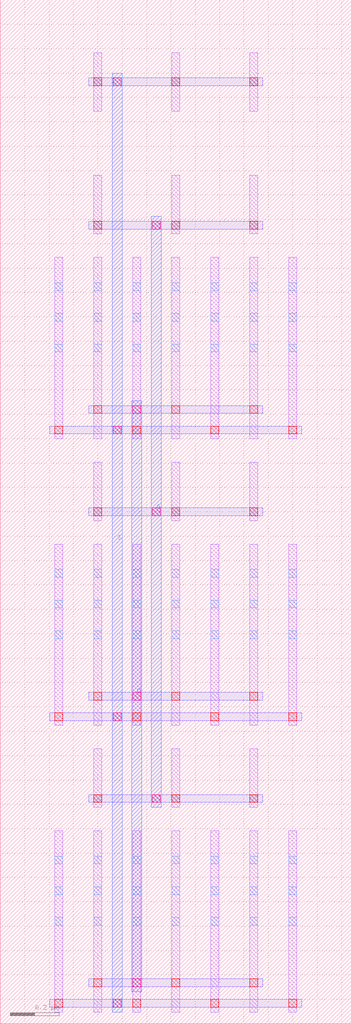
<source format=lef>
MACRO Switch_NMOS_nfin4_nf10_m1_n12_X2_Y2_ST2_LVT
  ORIGIN 0 0 ;
  FOREIGN Switch_NMOS_nfin4_nf10_m1_n12_X2_Y2_ST2_LVT 0 0 ;
  SIZE 1.1200 BY 3.0240 ;
  PIN S
    DIRECTION INOUT ;
    USE SIGNAL ;
    PORT
      LAYER M3 ;
        RECT 0.3000 0.0480 0.3400 2.7240 ;
    END
  END S
  PIN D
    DIRECTION INOUT ;
    USE SIGNAL ;
    PORT
      LAYER M3 ;
        RECT 0.3800 0.1320 0.4200 1.3800 ;
    END
  END D
  PIN G
    DIRECTION INOUT ;
    USE SIGNAL ;
    PORT
      LAYER M3 ;
        RECT 0.4600 0.8880 0.5000 2.1360 ;
    END
  END G
  OBS
    LAYER M1 ;
      RECT 0.3840 0.0480 0.4160 0.7920 ;
    LAYER M1 ;
      RECT 0.3840 0.8880 0.4160 1.1280 ;
    LAYER M1 ;
      RECT 0.3840 1.2240 0.4160 1.9680 ;
    LAYER M1 ;
      RECT 0.3840 2.0640 0.4160 2.3040 ;
    LAYER M1 ;
      RECT 0.3840 2.5680 0.4160 2.8080 ;
    LAYER M1 ;
      RECT 0.2240 0.0480 0.2560 0.7920 ;
    LAYER M1 ;
      RECT 0.2240 1.2240 0.2560 1.9680 ;
    LAYER M1 ;
      RECT 0.5440 0.0480 0.5760 0.7920 ;
    LAYER M1 ;
      RECT 0.5440 1.2240 0.5760 1.9680 ;
    LAYER M1 ;
      RECT 0.7040 0.0480 0.7360 0.7920 ;
    LAYER M1 ;
      RECT 0.7040 0.8880 0.7360 1.1280 ;
    LAYER M1 ;
      RECT 0.7040 1.2240 0.7360 1.9680 ;
    LAYER M1 ;
      RECT 0.7040 2.0640 0.7360 2.3040 ;
    LAYER M1 ;
      RECT 0.7040 2.5680 0.7360 2.8080 ;
    LAYER M1 ;
      RECT 0.8640 0.0480 0.8960 0.7920 ;
    LAYER M1 ;
      RECT 0.8640 1.2240 0.8960 1.9680 ;
    LAYER M2 ;
      RECT 0.2040 0.0680 0.9160 0.1000 ;
    LAYER M2 ;
      RECT 0.3640 0.1520 0.7560 0.1840 ;
    LAYER M2 ;
      RECT 0.3640 0.9080 0.7560 0.9400 ;
    LAYER M2 ;
      RECT 0.2840 2.6720 0.7560 2.7040 ;
    LAYER M2 ;
      RECT 0.2040 1.2440 0.9160 1.2760 ;
    LAYER M2 ;
      RECT 0.3640 1.3280 0.7560 1.3600 ;
    LAYER M2 ;
      RECT 0.3640 2.0840 0.7560 2.1160 ;
    LAYER V1 ;
      RECT 0.2240 0.0680 0.2560 0.1000 ;
    LAYER V1 ;
      RECT 0.2240 1.2440 0.2560 1.2760 ;
    LAYER V1 ;
      RECT 0.8640 0.0680 0.8960 0.1000 ;
    LAYER V1 ;
      RECT 0.8640 1.2440 0.8960 1.2760 ;
    LAYER V1 ;
      RECT 0.5440 0.0680 0.5760 0.1000 ;
    LAYER V1 ;
      RECT 0.5440 1.2440 0.5760 1.2760 ;
    LAYER V1 ;
      RECT 0.7040 0.1520 0.7360 0.1840 ;
    LAYER V1 ;
      RECT 0.7040 0.9080 0.7360 0.9400 ;
    LAYER V1 ;
      RECT 0.7040 1.3280 0.7360 1.3600 ;
    LAYER V1 ;
      RECT 0.7040 2.0840 0.7360 2.1160 ;
    LAYER V1 ;
      RECT 0.7040 2.6720 0.7360 2.7040 ;
    LAYER V1 ;
      RECT 0.3840 0.1520 0.4160 0.1840 ;
    LAYER V1 ;
      RECT 0.3840 0.9080 0.4160 0.9400 ;
    LAYER V1 ;
      RECT 0.3840 1.3280 0.4160 1.3600 ;
    LAYER V1 ;
      RECT 0.3840 2.0840 0.4160 2.1160 ;
    LAYER V1 ;
      RECT 0.3840 2.6720 0.4160 2.7040 ;
    LAYER V2 ;
      RECT 0.3040 0.0680 0.3360 0.1000 ;
    LAYER V2 ;
      RECT 0.3040 1.2440 0.3360 1.2760 ;
    LAYER V2 ;
      RECT 0.3040 2.6720 0.3360 2.7040 ;
    LAYER V2 ;
      RECT 0.3840 0.1520 0.4160 0.1840 ;
    LAYER V2 ;
      RECT 0.3840 1.3280 0.4160 1.3600 ;
    LAYER V2 ;
      RECT 0.4640 0.9080 0.4960 0.9400 ;
    LAYER V2 ;
      RECT 0.4640 2.0840 0.4960 2.1160 ;
    LAYER V0 ;
      RECT 0.3840 0.4040 0.4160 0.4360 ;
    LAYER V0 ;
      RECT 0.3840 0.5300 0.4160 0.5620 ;
    LAYER V0 ;
      RECT 0.3840 0.6560 0.4160 0.6880 ;
    LAYER V0 ;
      RECT 0.3840 0.9080 0.4160 0.9400 ;
    LAYER V0 ;
      RECT 0.3840 1.5800 0.4160 1.6120 ;
    LAYER V0 ;
      RECT 0.3840 1.7060 0.4160 1.7380 ;
    LAYER V0 ;
      RECT 0.3840 1.8320 0.4160 1.8640 ;
    LAYER V0 ;
      RECT 0.3840 2.0840 0.4160 2.1160 ;
    LAYER V0 ;
      RECT 0.3840 2.6720 0.4160 2.7040 ;
    LAYER V0 ;
      RECT 0.3840 2.6720 0.4160 2.7040 ;
    LAYER V0 ;
      RECT 0.2240 0.4040 0.2560 0.4360 ;
    LAYER V0 ;
      RECT 0.2240 0.5300 0.2560 0.5620 ;
    LAYER V0 ;
      RECT 0.2240 0.6560 0.2560 0.6880 ;
    LAYER V0 ;
      RECT 0.2240 1.5800 0.2560 1.6120 ;
    LAYER V0 ;
      RECT 0.2240 1.7060 0.2560 1.7380 ;
    LAYER V0 ;
      RECT 0.2240 1.8320 0.2560 1.8640 ;
    LAYER V0 ;
      RECT 0.5440 0.4040 0.5760 0.4360 ;
    LAYER V0 ;
      RECT 0.5440 0.4040 0.5760 0.4360 ;
    LAYER V0 ;
      RECT 0.5440 0.5300 0.5760 0.5620 ;
    LAYER V0 ;
      RECT 0.5440 0.5300 0.5760 0.5620 ;
    LAYER V0 ;
      RECT 0.5440 0.6560 0.5760 0.6880 ;
    LAYER V0 ;
      RECT 0.5440 0.6560 0.5760 0.6880 ;
    LAYER V0 ;
      RECT 0.5440 1.5800 0.5760 1.6120 ;
    LAYER V0 ;
      RECT 0.5440 1.5800 0.5760 1.6120 ;
    LAYER V0 ;
      RECT 0.5440 1.7060 0.5760 1.7380 ;
    LAYER V0 ;
      RECT 0.5440 1.7060 0.5760 1.7380 ;
    LAYER V0 ;
      RECT 0.5440 1.8320 0.5760 1.8640 ;
    LAYER V0 ;
      RECT 0.5440 1.8320 0.5760 1.8640 ;
    LAYER V0 ;
      RECT 0.7040 0.4040 0.7360 0.4360 ;
    LAYER V0 ;
      RECT 0.7040 0.5300 0.7360 0.5620 ;
    LAYER V0 ;
      RECT 0.7040 0.6560 0.7360 0.6880 ;
    LAYER V0 ;
      RECT 0.7040 0.9080 0.7360 0.9400 ;
    LAYER V0 ;
      RECT 0.7040 1.5800 0.7360 1.6120 ;
    LAYER V0 ;
      RECT 0.7040 1.7060 0.7360 1.7380 ;
    LAYER V0 ;
      RECT 0.7040 1.8320 0.7360 1.8640 ;
    LAYER V0 ;
      RECT 0.7040 2.0840 0.7360 2.1160 ;
    LAYER V0 ;
      RECT 0.7040 2.6720 0.7360 2.7040 ;
    LAYER V0 ;
      RECT 0.7040 2.6720 0.7360 2.7040 ;
    LAYER V0 ;
      RECT 0.8640 0.4040 0.8960 0.4360 ;
    LAYER V0 ;
      RECT 0.8640 0.5300 0.8960 0.5620 ;
    LAYER V0 ;
      RECT 0.8640 0.6560 0.8960 0.6880 ;
    LAYER V0 ;
      RECT 0.8640 1.5800 0.8960 1.6120 ;
    LAYER V0 ;
      RECT 0.8640 1.7060 0.8960 1.7380 ;
    LAYER V0 ;
      RECT 0.8640 1.8320 0.8960 1.8640 ;
  END
END Switch_NMOS_nfin4_nf10_m1_n12_X2_Y2_ST2_LVT
MACRO Switch_NMOS_nfin4_nf25_m1_n12_X3_Y3_ST2_LVT
  ORIGIN 0 0 ;
  FOREIGN Switch_NMOS_nfin4_nf25_m1_n12_X3_Y3_ST2_LVT 0 0 ;
  SIZE 1.4400 BY 4.2000 ;
  PIN S
    DIRECTION INOUT ;
    USE SIGNAL ;
    PORT
      LAYER M3 ;
        RECT 0.4600 0.0480 0.5000 3.9000 ;
    END
  END S
  PIN D
    DIRECTION INOUT ;
    USE SIGNAL ;
    PORT
      LAYER M3 ;
        RECT 0.5400 0.1320 0.5800 2.5560 ;
    END
  END D
  PIN G
    DIRECTION INOUT ;
    USE SIGNAL ;
    PORT
      LAYER M3 ;
        RECT 0.6200 0.8880 0.6600 3.3120 ;
    END
  END G
  OBS
    LAYER M1 ;
      RECT 0.3840 0.0480 0.4160 0.7920 ;
    LAYER M1 ;
      RECT 0.3840 0.8880 0.4160 1.1280 ;
    LAYER M1 ;
      RECT 0.3840 1.2240 0.4160 1.9680 ;
    LAYER M1 ;
      RECT 0.3840 2.0640 0.4160 2.3040 ;
    LAYER M1 ;
      RECT 0.3840 2.4000 0.4160 3.1440 ;
    LAYER M1 ;
      RECT 0.3840 3.2400 0.4160 3.4800 ;
    LAYER M1 ;
      RECT 0.3840 3.7440 0.4160 3.9840 ;
    LAYER M1 ;
      RECT 0.2240 0.0480 0.2560 0.7920 ;
    LAYER M1 ;
      RECT 0.2240 1.2240 0.2560 1.9680 ;
    LAYER M1 ;
      RECT 0.2240 2.4000 0.2560 3.1440 ;
    LAYER M1 ;
      RECT 0.5440 0.0480 0.5760 0.7920 ;
    LAYER M1 ;
      RECT 0.5440 1.2240 0.5760 1.9680 ;
    LAYER M1 ;
      RECT 0.5440 2.4000 0.5760 3.1440 ;
    LAYER M1 ;
      RECT 0.7040 0.0480 0.7360 0.7920 ;
    LAYER M1 ;
      RECT 0.7040 0.8880 0.7360 1.1280 ;
    LAYER M1 ;
      RECT 0.7040 1.2240 0.7360 1.9680 ;
    LAYER M1 ;
      RECT 0.7040 2.0640 0.7360 2.3040 ;
    LAYER M1 ;
      RECT 0.7040 2.4000 0.7360 3.1440 ;
    LAYER M1 ;
      RECT 0.7040 3.2400 0.7360 3.4800 ;
    LAYER M1 ;
      RECT 0.7040 3.7440 0.7360 3.9840 ;
    LAYER M1 ;
      RECT 0.8640 0.0480 0.8960 0.7920 ;
    LAYER M1 ;
      RECT 0.8640 1.2240 0.8960 1.9680 ;
    LAYER M1 ;
      RECT 0.8640 2.4000 0.8960 3.1440 ;
    LAYER M1 ;
      RECT 1.0240 0.0480 1.0560 0.7920 ;
    LAYER M1 ;
      RECT 1.0240 0.8880 1.0560 1.1280 ;
    LAYER M1 ;
      RECT 1.0240 1.2240 1.0560 1.9680 ;
    LAYER M1 ;
      RECT 1.0240 2.0640 1.0560 2.3040 ;
    LAYER M1 ;
      RECT 1.0240 2.4000 1.0560 3.1440 ;
    LAYER M1 ;
      RECT 1.0240 3.2400 1.0560 3.4800 ;
    LAYER M1 ;
      RECT 1.0240 3.7440 1.0560 3.9840 ;
    LAYER M1 ;
      RECT 1.1840 0.0480 1.2160 0.7920 ;
    LAYER M1 ;
      RECT 1.1840 1.2240 1.2160 1.9680 ;
    LAYER M1 ;
      RECT 1.1840 2.4000 1.2160 3.1440 ;
    LAYER M2 ;
      RECT 0.2040 0.0680 1.2360 0.1000 ;
    LAYER M2 ;
      RECT 0.3640 0.1520 1.0760 0.1840 ;
    LAYER M2 ;
      RECT 0.3640 0.9080 1.0760 0.9400 ;
    LAYER M2 ;
      RECT 0.2040 1.2440 1.2360 1.2760 ;
    LAYER M2 ;
      RECT 0.3640 1.3280 1.0760 1.3600 ;
    LAYER M2 ;
      RECT 0.3640 2.0840 1.0760 2.1160 ;
    LAYER M2 ;
      RECT 0.3640 3.8480 1.0760 3.8800 ;
    LAYER M2 ;
      RECT 0.2040 2.4200 1.2360 2.4520 ;
    LAYER M2 ;
      RECT 0.3640 2.5040 1.0760 2.5360 ;
    LAYER M2 ;
      RECT 0.3640 3.2600 1.0760 3.2920 ;
    LAYER V1 ;
      RECT 0.2240 0.0680 0.2560 0.1000 ;
    LAYER V1 ;
      RECT 0.2240 1.2440 0.2560 1.2760 ;
    LAYER V1 ;
      RECT 0.2240 2.4200 0.2560 2.4520 ;
    LAYER V1 ;
      RECT 0.8640 0.0680 0.8960 0.1000 ;
    LAYER V1 ;
      RECT 0.8640 1.2440 0.8960 1.2760 ;
    LAYER V1 ;
      RECT 0.8640 2.4200 0.8960 2.4520 ;
    LAYER V1 ;
      RECT 1.1840 0.0680 1.2160 0.1000 ;
    LAYER V1 ;
      RECT 1.1840 1.2440 1.2160 1.2760 ;
    LAYER V1 ;
      RECT 1.1840 2.4200 1.2160 2.4520 ;
    LAYER V1 ;
      RECT 0.5440 0.0680 0.5760 0.1000 ;
    LAYER V1 ;
      RECT 0.5440 1.2440 0.5760 1.2760 ;
    LAYER V1 ;
      RECT 0.5440 2.4200 0.5760 2.4520 ;
    LAYER V1 ;
      RECT 0.7040 0.1520 0.7360 0.1840 ;
    LAYER V1 ;
      RECT 0.7040 0.9080 0.7360 0.9400 ;
    LAYER V1 ;
      RECT 0.7040 1.3280 0.7360 1.3600 ;
    LAYER V1 ;
      RECT 0.7040 2.0840 0.7360 2.1160 ;
    LAYER V1 ;
      RECT 0.7040 2.5040 0.7360 2.5360 ;
    LAYER V1 ;
      RECT 0.7040 3.2600 0.7360 3.2920 ;
    LAYER V1 ;
      RECT 0.7040 3.8480 0.7360 3.8800 ;
    LAYER V1 ;
      RECT 1.0240 0.1520 1.0560 0.1840 ;
    LAYER V1 ;
      RECT 1.0240 0.9080 1.0560 0.9400 ;
    LAYER V1 ;
      RECT 1.0240 1.3280 1.0560 1.3600 ;
    LAYER V1 ;
      RECT 1.0240 2.0840 1.0560 2.1160 ;
    LAYER V1 ;
      RECT 1.0240 2.5040 1.0560 2.5360 ;
    LAYER V1 ;
      RECT 1.0240 3.2600 1.0560 3.2920 ;
    LAYER V1 ;
      RECT 1.0240 3.8480 1.0560 3.8800 ;
    LAYER V1 ;
      RECT 0.3840 0.1520 0.4160 0.1840 ;
    LAYER V1 ;
      RECT 0.3840 0.9080 0.4160 0.9400 ;
    LAYER V1 ;
      RECT 0.3840 1.3280 0.4160 1.3600 ;
    LAYER V1 ;
      RECT 0.3840 2.0840 0.4160 2.1160 ;
    LAYER V1 ;
      RECT 0.3840 2.5040 0.4160 2.5360 ;
    LAYER V1 ;
      RECT 0.3840 3.2600 0.4160 3.2920 ;
    LAYER V1 ;
      RECT 0.3840 3.8480 0.4160 3.8800 ;
    LAYER V2 ;
      RECT 0.4640 0.0680 0.4960 0.1000 ;
    LAYER V2 ;
      RECT 0.4640 1.2440 0.4960 1.2760 ;
    LAYER V2 ;
      RECT 0.4640 2.4200 0.4960 2.4520 ;
    LAYER V2 ;
      RECT 0.4640 3.8480 0.4960 3.8800 ;
    LAYER V2 ;
      RECT 0.5440 0.1520 0.5760 0.1840 ;
    LAYER V2 ;
      RECT 0.5440 1.3280 0.5760 1.3600 ;
    LAYER V2 ;
      RECT 0.5440 2.5040 0.5760 2.5360 ;
    LAYER V2 ;
      RECT 0.6240 0.9080 0.6560 0.9400 ;
    LAYER V2 ;
      RECT 0.6240 2.0840 0.6560 2.1160 ;
    LAYER V2 ;
      RECT 0.6240 3.2600 0.6560 3.2920 ;
    LAYER V0 ;
      RECT 0.3840 0.4040 0.4160 0.4360 ;
    LAYER V0 ;
      RECT 0.3840 0.5300 0.4160 0.5620 ;
    LAYER V0 ;
      RECT 0.3840 0.6560 0.4160 0.6880 ;
    LAYER V0 ;
      RECT 0.3840 0.9080 0.4160 0.9400 ;
    LAYER V0 ;
      RECT 0.3840 1.5800 0.4160 1.6120 ;
    LAYER V0 ;
      RECT 0.3840 1.7060 0.4160 1.7380 ;
    LAYER V0 ;
      RECT 0.3840 1.8320 0.4160 1.8640 ;
    LAYER V0 ;
      RECT 0.3840 2.0840 0.4160 2.1160 ;
    LAYER V0 ;
      RECT 0.3840 2.7560 0.4160 2.7880 ;
    LAYER V0 ;
      RECT 0.3840 2.8820 0.4160 2.9140 ;
    LAYER V0 ;
      RECT 0.3840 3.0080 0.4160 3.0400 ;
    LAYER V0 ;
      RECT 0.3840 3.2600 0.4160 3.2920 ;
    LAYER V0 ;
      RECT 0.3840 3.8480 0.4160 3.8800 ;
    LAYER V0 ;
      RECT 0.3840 3.8480 0.4160 3.8800 ;
    LAYER V0 ;
      RECT 0.3840 3.8480 0.4160 3.8800 ;
    LAYER V0 ;
      RECT 0.2240 0.4040 0.2560 0.4360 ;
    LAYER V0 ;
      RECT 0.2240 0.5300 0.2560 0.5620 ;
    LAYER V0 ;
      RECT 0.2240 0.6560 0.2560 0.6880 ;
    LAYER V0 ;
      RECT 0.2240 1.5800 0.2560 1.6120 ;
    LAYER V0 ;
      RECT 0.2240 1.7060 0.2560 1.7380 ;
    LAYER V0 ;
      RECT 0.2240 1.8320 0.2560 1.8640 ;
    LAYER V0 ;
      RECT 0.2240 2.7560 0.2560 2.7880 ;
    LAYER V0 ;
      RECT 0.2240 2.8820 0.2560 2.9140 ;
    LAYER V0 ;
      RECT 0.2240 3.0080 0.2560 3.0400 ;
    LAYER V0 ;
      RECT 0.5440 0.4040 0.5760 0.4360 ;
    LAYER V0 ;
      RECT 0.5440 0.4040 0.5760 0.4360 ;
    LAYER V0 ;
      RECT 0.5440 0.5300 0.5760 0.5620 ;
    LAYER V0 ;
      RECT 0.5440 0.5300 0.5760 0.5620 ;
    LAYER V0 ;
      RECT 0.5440 0.6560 0.5760 0.6880 ;
    LAYER V0 ;
      RECT 0.5440 0.6560 0.5760 0.6880 ;
    LAYER V0 ;
      RECT 0.5440 1.5800 0.5760 1.6120 ;
    LAYER V0 ;
      RECT 0.5440 1.5800 0.5760 1.6120 ;
    LAYER V0 ;
      RECT 0.5440 1.7060 0.5760 1.7380 ;
    LAYER V0 ;
      RECT 0.5440 1.7060 0.5760 1.7380 ;
    LAYER V0 ;
      RECT 0.5440 1.8320 0.5760 1.8640 ;
    LAYER V0 ;
      RECT 0.5440 1.8320 0.5760 1.8640 ;
    LAYER V0 ;
      RECT 0.5440 2.7560 0.5760 2.7880 ;
    LAYER V0 ;
      RECT 0.5440 2.7560 0.5760 2.7880 ;
    LAYER V0 ;
      RECT 0.5440 2.8820 0.5760 2.9140 ;
    LAYER V0 ;
      RECT 0.5440 2.8820 0.5760 2.9140 ;
    LAYER V0 ;
      RECT 0.5440 3.0080 0.5760 3.0400 ;
    LAYER V0 ;
      RECT 0.5440 3.0080 0.5760 3.0400 ;
    LAYER V0 ;
      RECT 0.7040 0.4040 0.7360 0.4360 ;
    LAYER V0 ;
      RECT 0.7040 0.5300 0.7360 0.5620 ;
    LAYER V0 ;
      RECT 0.7040 0.6560 0.7360 0.6880 ;
    LAYER V0 ;
      RECT 0.7040 0.9080 0.7360 0.9400 ;
    LAYER V0 ;
      RECT 0.7040 1.5800 0.7360 1.6120 ;
    LAYER V0 ;
      RECT 0.7040 1.7060 0.7360 1.7380 ;
    LAYER V0 ;
      RECT 0.7040 1.8320 0.7360 1.8640 ;
    LAYER V0 ;
      RECT 0.7040 2.0840 0.7360 2.1160 ;
    LAYER V0 ;
      RECT 0.7040 2.7560 0.7360 2.7880 ;
    LAYER V0 ;
      RECT 0.7040 2.8820 0.7360 2.9140 ;
    LAYER V0 ;
      RECT 0.7040 3.0080 0.7360 3.0400 ;
    LAYER V0 ;
      RECT 0.7040 3.2600 0.7360 3.2920 ;
    LAYER V0 ;
      RECT 0.7040 3.8480 0.7360 3.8800 ;
    LAYER V0 ;
      RECT 0.7040 3.8480 0.7360 3.8800 ;
    LAYER V0 ;
      RECT 0.7040 3.8480 0.7360 3.8800 ;
    LAYER V0 ;
      RECT 0.8640 0.4040 0.8960 0.4360 ;
    LAYER V0 ;
      RECT 0.8640 0.4040 0.8960 0.4360 ;
    LAYER V0 ;
      RECT 0.8640 0.5300 0.8960 0.5620 ;
    LAYER V0 ;
      RECT 0.8640 0.5300 0.8960 0.5620 ;
    LAYER V0 ;
      RECT 0.8640 0.6560 0.8960 0.6880 ;
    LAYER V0 ;
      RECT 0.8640 0.6560 0.8960 0.6880 ;
    LAYER V0 ;
      RECT 0.8640 1.5800 0.8960 1.6120 ;
    LAYER V0 ;
      RECT 0.8640 1.5800 0.8960 1.6120 ;
    LAYER V0 ;
      RECT 0.8640 1.7060 0.8960 1.7380 ;
    LAYER V0 ;
      RECT 0.8640 1.7060 0.8960 1.7380 ;
    LAYER V0 ;
      RECT 0.8640 1.8320 0.8960 1.8640 ;
    LAYER V0 ;
      RECT 0.8640 1.8320 0.8960 1.8640 ;
    LAYER V0 ;
      RECT 0.8640 2.7560 0.8960 2.7880 ;
    LAYER V0 ;
      RECT 0.8640 2.7560 0.8960 2.7880 ;
    LAYER V0 ;
      RECT 0.8640 2.8820 0.8960 2.9140 ;
    LAYER V0 ;
      RECT 0.8640 2.8820 0.8960 2.9140 ;
    LAYER V0 ;
      RECT 0.8640 3.0080 0.8960 3.0400 ;
    LAYER V0 ;
      RECT 0.8640 3.0080 0.8960 3.0400 ;
    LAYER V0 ;
      RECT 1.0240 0.4040 1.0560 0.4360 ;
    LAYER V0 ;
      RECT 1.0240 0.5300 1.0560 0.5620 ;
    LAYER V0 ;
      RECT 1.0240 0.6560 1.0560 0.6880 ;
    LAYER V0 ;
      RECT 1.0240 0.9080 1.0560 0.9400 ;
    LAYER V0 ;
      RECT 1.0240 1.5800 1.0560 1.6120 ;
    LAYER V0 ;
      RECT 1.0240 1.7060 1.0560 1.7380 ;
    LAYER V0 ;
      RECT 1.0240 1.8320 1.0560 1.8640 ;
    LAYER V0 ;
      RECT 1.0240 2.0840 1.0560 2.1160 ;
    LAYER V0 ;
      RECT 1.0240 2.7560 1.0560 2.7880 ;
    LAYER V0 ;
      RECT 1.0240 2.8820 1.0560 2.9140 ;
    LAYER V0 ;
      RECT 1.0240 3.0080 1.0560 3.0400 ;
    LAYER V0 ;
      RECT 1.0240 3.2600 1.0560 3.2920 ;
    LAYER V0 ;
      RECT 1.0240 3.8480 1.0560 3.8800 ;
    LAYER V0 ;
      RECT 1.0240 3.8480 1.0560 3.8800 ;
    LAYER V0 ;
      RECT 1.0240 3.8480 1.0560 3.8800 ;
    LAYER V0 ;
      RECT 1.1840 0.4040 1.2160 0.4360 ;
    LAYER V0 ;
      RECT 1.1840 0.5300 1.2160 0.5620 ;
    LAYER V0 ;
      RECT 1.1840 0.6560 1.2160 0.6880 ;
    LAYER V0 ;
      RECT 1.1840 1.5800 1.2160 1.6120 ;
    LAYER V0 ;
      RECT 1.1840 1.7060 1.2160 1.7380 ;
    LAYER V0 ;
      RECT 1.1840 1.8320 1.2160 1.8640 ;
    LAYER V0 ;
      RECT 1.1840 2.7560 1.2160 2.7880 ;
    LAYER V0 ;
      RECT 1.1840 2.8820 1.2160 2.9140 ;
    LAYER V0 ;
      RECT 1.1840 3.0080 1.2160 3.0400 ;
  END
END Switch_NMOS_nfin4_nf25_m1_n12_X3_Y3_ST2_LVT
MACRO Switch_PMOS_nfin6_nf15_m1_n12_X4_Y2_ST2_LVT
  ORIGIN 0 0 ;
  FOREIGN Switch_PMOS_nfin6_nf15_m1_n12_X4_Y2_ST2_LVT 0 0 ;
  SIZE 1.7600 BY 3.0240 ;
  PIN S
    DIRECTION INOUT ;
    USE SIGNAL ;
    PORT
      LAYER M3 ;
        RECT 0.6200 0.0480 0.6600 2.7240 ;
    END
  END S
  PIN D
    DIRECTION INOUT ;
    USE SIGNAL ;
    PORT
      LAYER M3 ;
        RECT 0.7000 0.1320 0.7400 1.3800 ;
    END
  END D
  PIN G
    DIRECTION INOUT ;
    USE SIGNAL ;
    PORT
      LAYER M3 ;
        RECT 0.7800 0.8880 0.8200 2.1360 ;
    END
  END G
  OBS
    LAYER M1 ;
      RECT 0.3840 0.0480 0.4160 0.7920 ;
    LAYER M1 ;
      RECT 0.3840 0.8880 0.4160 1.1280 ;
    LAYER M1 ;
      RECT 0.3840 1.2240 0.4160 1.9680 ;
    LAYER M1 ;
      RECT 0.3840 2.0640 0.4160 2.3040 ;
    LAYER M1 ;
      RECT 0.3840 2.5680 0.4160 2.8080 ;
    LAYER M1 ;
      RECT 0.2240 0.0480 0.2560 0.7920 ;
    LAYER M1 ;
      RECT 0.2240 1.2240 0.2560 1.9680 ;
    LAYER M1 ;
      RECT 0.5440 0.0480 0.5760 0.7920 ;
    LAYER M1 ;
      RECT 0.5440 1.2240 0.5760 1.9680 ;
    LAYER M1 ;
      RECT 0.7040 0.0480 0.7360 0.7920 ;
    LAYER M1 ;
      RECT 0.7040 0.8880 0.7360 1.1280 ;
    LAYER M1 ;
      RECT 0.7040 1.2240 0.7360 1.9680 ;
    LAYER M1 ;
      RECT 0.7040 2.0640 0.7360 2.3040 ;
    LAYER M1 ;
      RECT 0.7040 2.5680 0.7360 2.8080 ;
    LAYER M1 ;
      RECT 0.8640 0.0480 0.8960 0.7920 ;
    LAYER M1 ;
      RECT 0.8640 1.2240 0.8960 1.9680 ;
    LAYER M1 ;
      RECT 1.0240 0.0480 1.0560 0.7920 ;
    LAYER M1 ;
      RECT 1.0240 0.8880 1.0560 1.1280 ;
    LAYER M1 ;
      RECT 1.0240 1.2240 1.0560 1.9680 ;
    LAYER M1 ;
      RECT 1.0240 2.0640 1.0560 2.3040 ;
    LAYER M1 ;
      RECT 1.0240 2.5680 1.0560 2.8080 ;
    LAYER M1 ;
      RECT 1.1840 0.0480 1.2160 0.7920 ;
    LAYER M1 ;
      RECT 1.1840 1.2240 1.2160 1.9680 ;
    LAYER M1 ;
      RECT 1.3440 0.0480 1.3760 0.7920 ;
    LAYER M1 ;
      RECT 1.3440 0.8880 1.3760 1.1280 ;
    LAYER M1 ;
      RECT 1.3440 1.2240 1.3760 1.9680 ;
    LAYER M1 ;
      RECT 1.3440 2.0640 1.3760 2.3040 ;
    LAYER M1 ;
      RECT 1.3440 2.5680 1.3760 2.8080 ;
    LAYER M1 ;
      RECT 1.5040 0.0480 1.5360 0.7920 ;
    LAYER M1 ;
      RECT 1.5040 1.2240 1.5360 1.9680 ;
    LAYER M2 ;
      RECT 0.2040 0.0680 1.5560 0.1000 ;
    LAYER M2 ;
      RECT 0.3640 0.1520 1.3960 0.1840 ;
    LAYER M2 ;
      RECT 0.3640 0.9080 1.3960 0.9400 ;
    LAYER M2 ;
      RECT 0.3640 2.6720 1.3960 2.7040 ;
    LAYER M2 ;
      RECT 0.2040 1.2440 1.5560 1.2760 ;
    LAYER M2 ;
      RECT 0.3640 1.3280 1.3960 1.3600 ;
    LAYER M2 ;
      RECT 0.3640 2.0840 1.3960 2.1160 ;
    LAYER V1 ;
      RECT 0.2240 0.0680 0.2560 0.1000 ;
    LAYER V1 ;
      RECT 0.2240 1.2440 0.2560 1.2760 ;
    LAYER V1 ;
      RECT 0.5440 0.0680 0.5760 0.1000 ;
    LAYER V1 ;
      RECT 0.5440 1.2440 0.5760 1.2760 ;
    LAYER V1 ;
      RECT 0.8640 0.0680 0.8960 0.1000 ;
    LAYER V1 ;
      RECT 0.8640 1.2440 0.8960 1.2760 ;
    LAYER V1 ;
      RECT 1.1840 0.0680 1.2160 0.1000 ;
    LAYER V1 ;
      RECT 1.1840 1.2440 1.2160 1.2760 ;
    LAYER V1 ;
      RECT 1.5040 0.0680 1.5360 0.1000 ;
    LAYER V1 ;
      RECT 1.5040 1.2440 1.5360 1.2760 ;
    LAYER V1 ;
      RECT 0.7040 0.1520 0.7360 0.1840 ;
    LAYER V1 ;
      RECT 0.7040 0.9080 0.7360 0.9400 ;
    LAYER V1 ;
      RECT 0.7040 1.3280 0.7360 1.3600 ;
    LAYER V1 ;
      RECT 0.7040 2.0840 0.7360 2.1160 ;
    LAYER V1 ;
      RECT 0.7040 2.6720 0.7360 2.7040 ;
    LAYER V1 ;
      RECT 1.0240 0.1520 1.0560 0.1840 ;
    LAYER V1 ;
      RECT 1.0240 0.9080 1.0560 0.9400 ;
    LAYER V1 ;
      RECT 1.0240 1.3280 1.0560 1.3600 ;
    LAYER V1 ;
      RECT 1.0240 2.0840 1.0560 2.1160 ;
    LAYER V1 ;
      RECT 1.0240 2.6720 1.0560 2.7040 ;
    LAYER V1 ;
      RECT 0.3840 0.1520 0.4160 0.1840 ;
    LAYER V1 ;
      RECT 0.3840 0.9080 0.4160 0.9400 ;
    LAYER V1 ;
      RECT 0.3840 1.3280 0.4160 1.3600 ;
    LAYER V1 ;
      RECT 0.3840 2.0840 0.4160 2.1160 ;
    LAYER V1 ;
      RECT 0.3840 2.6720 0.4160 2.7040 ;
    LAYER V1 ;
      RECT 1.3440 0.1520 1.3760 0.1840 ;
    LAYER V1 ;
      RECT 1.3440 0.9080 1.3760 0.9400 ;
    LAYER V1 ;
      RECT 1.3440 1.3280 1.3760 1.3600 ;
    LAYER V1 ;
      RECT 1.3440 2.0840 1.3760 2.1160 ;
    LAYER V1 ;
      RECT 1.3440 2.6720 1.3760 2.7040 ;
    LAYER V2 ;
      RECT 0.6240 0.0680 0.6560 0.1000 ;
    LAYER V2 ;
      RECT 0.6240 1.2440 0.6560 1.2760 ;
    LAYER V2 ;
      RECT 0.6240 2.6720 0.6560 2.7040 ;
    LAYER V2 ;
      RECT 0.7040 0.1520 0.7360 0.1840 ;
    LAYER V2 ;
      RECT 0.7040 1.3280 0.7360 1.3600 ;
    LAYER V2 ;
      RECT 0.7840 0.9080 0.8160 0.9400 ;
    LAYER V2 ;
      RECT 0.7840 2.0840 0.8160 2.1160 ;
    LAYER V0 ;
      RECT 0.3840 0.4040 0.4160 0.4360 ;
    LAYER V0 ;
      RECT 0.3840 0.5300 0.4160 0.5620 ;
    LAYER V0 ;
      RECT 0.3840 0.6560 0.4160 0.6880 ;
    LAYER V0 ;
      RECT 0.3840 0.9080 0.4160 0.9400 ;
    LAYER V0 ;
      RECT 0.3840 1.5800 0.4160 1.6120 ;
    LAYER V0 ;
      RECT 0.3840 1.7060 0.4160 1.7380 ;
    LAYER V0 ;
      RECT 0.3840 1.8320 0.4160 1.8640 ;
    LAYER V0 ;
      RECT 0.3840 2.0840 0.4160 2.1160 ;
    LAYER V0 ;
      RECT 0.3840 2.6720 0.4160 2.7040 ;
    LAYER V0 ;
      RECT 0.3840 2.6720 0.4160 2.7040 ;
    LAYER V0 ;
      RECT 0.2240 0.4040 0.2560 0.4360 ;
    LAYER V0 ;
      RECT 0.2240 0.5300 0.2560 0.5620 ;
    LAYER V0 ;
      RECT 0.2240 0.6560 0.2560 0.6880 ;
    LAYER V0 ;
      RECT 0.2240 1.5800 0.2560 1.6120 ;
    LAYER V0 ;
      RECT 0.2240 1.7060 0.2560 1.7380 ;
    LAYER V0 ;
      RECT 0.2240 1.8320 0.2560 1.8640 ;
    LAYER V0 ;
      RECT 0.5440 0.4040 0.5760 0.4360 ;
    LAYER V0 ;
      RECT 0.5440 0.4040 0.5760 0.4360 ;
    LAYER V0 ;
      RECT 0.5440 0.5300 0.5760 0.5620 ;
    LAYER V0 ;
      RECT 0.5440 0.5300 0.5760 0.5620 ;
    LAYER V0 ;
      RECT 0.5440 0.6560 0.5760 0.6880 ;
    LAYER V0 ;
      RECT 0.5440 0.6560 0.5760 0.6880 ;
    LAYER V0 ;
      RECT 0.5440 1.5800 0.5760 1.6120 ;
    LAYER V0 ;
      RECT 0.5440 1.5800 0.5760 1.6120 ;
    LAYER V0 ;
      RECT 0.5440 1.7060 0.5760 1.7380 ;
    LAYER V0 ;
      RECT 0.5440 1.7060 0.5760 1.7380 ;
    LAYER V0 ;
      RECT 0.5440 1.8320 0.5760 1.8640 ;
    LAYER V0 ;
      RECT 0.5440 1.8320 0.5760 1.8640 ;
    LAYER V0 ;
      RECT 0.7040 0.4040 0.7360 0.4360 ;
    LAYER V0 ;
      RECT 0.7040 0.5300 0.7360 0.5620 ;
    LAYER V0 ;
      RECT 0.7040 0.6560 0.7360 0.6880 ;
    LAYER V0 ;
      RECT 0.7040 0.9080 0.7360 0.9400 ;
    LAYER V0 ;
      RECT 0.7040 1.5800 0.7360 1.6120 ;
    LAYER V0 ;
      RECT 0.7040 1.7060 0.7360 1.7380 ;
    LAYER V0 ;
      RECT 0.7040 1.8320 0.7360 1.8640 ;
    LAYER V0 ;
      RECT 0.7040 2.0840 0.7360 2.1160 ;
    LAYER V0 ;
      RECT 0.7040 2.6720 0.7360 2.7040 ;
    LAYER V0 ;
      RECT 0.7040 2.6720 0.7360 2.7040 ;
    LAYER V0 ;
      RECT 0.8640 0.4040 0.8960 0.4360 ;
    LAYER V0 ;
      RECT 0.8640 0.4040 0.8960 0.4360 ;
    LAYER V0 ;
      RECT 0.8640 0.5300 0.8960 0.5620 ;
    LAYER V0 ;
      RECT 0.8640 0.5300 0.8960 0.5620 ;
    LAYER V0 ;
      RECT 0.8640 0.6560 0.8960 0.6880 ;
    LAYER V0 ;
      RECT 0.8640 0.6560 0.8960 0.6880 ;
    LAYER V0 ;
      RECT 0.8640 1.5800 0.8960 1.6120 ;
    LAYER V0 ;
      RECT 0.8640 1.5800 0.8960 1.6120 ;
    LAYER V0 ;
      RECT 0.8640 1.7060 0.8960 1.7380 ;
    LAYER V0 ;
      RECT 0.8640 1.7060 0.8960 1.7380 ;
    LAYER V0 ;
      RECT 0.8640 1.8320 0.8960 1.8640 ;
    LAYER V0 ;
      RECT 0.8640 1.8320 0.8960 1.8640 ;
    LAYER V0 ;
      RECT 1.0240 0.4040 1.0560 0.4360 ;
    LAYER V0 ;
      RECT 1.0240 0.5300 1.0560 0.5620 ;
    LAYER V0 ;
      RECT 1.0240 0.6560 1.0560 0.6880 ;
    LAYER V0 ;
      RECT 1.0240 0.9080 1.0560 0.9400 ;
    LAYER V0 ;
      RECT 1.0240 1.5800 1.0560 1.6120 ;
    LAYER V0 ;
      RECT 1.0240 1.7060 1.0560 1.7380 ;
    LAYER V0 ;
      RECT 1.0240 1.8320 1.0560 1.8640 ;
    LAYER V0 ;
      RECT 1.0240 2.0840 1.0560 2.1160 ;
    LAYER V0 ;
      RECT 1.0240 2.6720 1.0560 2.7040 ;
    LAYER V0 ;
      RECT 1.0240 2.6720 1.0560 2.7040 ;
    LAYER V0 ;
      RECT 1.1840 0.4040 1.2160 0.4360 ;
    LAYER V0 ;
      RECT 1.1840 0.4040 1.2160 0.4360 ;
    LAYER V0 ;
      RECT 1.1840 0.5300 1.2160 0.5620 ;
    LAYER V0 ;
      RECT 1.1840 0.5300 1.2160 0.5620 ;
    LAYER V0 ;
      RECT 1.1840 0.6560 1.2160 0.6880 ;
    LAYER V0 ;
      RECT 1.1840 0.6560 1.2160 0.6880 ;
    LAYER V0 ;
      RECT 1.1840 1.5800 1.2160 1.6120 ;
    LAYER V0 ;
      RECT 1.1840 1.5800 1.2160 1.6120 ;
    LAYER V0 ;
      RECT 1.1840 1.7060 1.2160 1.7380 ;
    LAYER V0 ;
      RECT 1.1840 1.7060 1.2160 1.7380 ;
    LAYER V0 ;
      RECT 1.1840 1.8320 1.2160 1.8640 ;
    LAYER V0 ;
      RECT 1.1840 1.8320 1.2160 1.8640 ;
    LAYER V0 ;
      RECT 1.3440 0.4040 1.3760 0.4360 ;
    LAYER V0 ;
      RECT 1.3440 0.5300 1.3760 0.5620 ;
    LAYER V0 ;
      RECT 1.3440 0.6560 1.3760 0.6880 ;
    LAYER V0 ;
      RECT 1.3440 0.9080 1.3760 0.9400 ;
    LAYER V0 ;
      RECT 1.3440 1.5800 1.3760 1.6120 ;
    LAYER V0 ;
      RECT 1.3440 1.7060 1.3760 1.7380 ;
    LAYER V0 ;
      RECT 1.3440 1.8320 1.3760 1.8640 ;
    LAYER V0 ;
      RECT 1.3440 2.0840 1.3760 2.1160 ;
    LAYER V0 ;
      RECT 1.3440 2.6720 1.3760 2.7040 ;
    LAYER V0 ;
      RECT 1.3440 2.6720 1.3760 2.7040 ;
    LAYER V0 ;
      RECT 1.5040 0.4040 1.5360 0.4360 ;
    LAYER V0 ;
      RECT 1.5040 0.5300 1.5360 0.5620 ;
    LAYER V0 ;
      RECT 1.5040 0.6560 1.5360 0.6880 ;
    LAYER V0 ;
      RECT 1.5040 1.5800 1.5360 1.6120 ;
    LAYER V0 ;
      RECT 1.5040 1.7060 1.5360 1.7380 ;
    LAYER V0 ;
      RECT 1.5040 1.8320 1.5360 1.8640 ;
  END
END Switch_PMOS_nfin6_nf15_m1_n12_X4_Y2_ST2_LVT
MACRO DCL_NMOS_B_nfin4_nf10_m1_n12_X2_Y2_LVT
  ORIGIN 0 0 ;
  FOREIGN DCL_NMOS_B_nfin4_nf10_m1_n12_X2_Y2_LVT 0 0 ;
  SIZE 0.8000 BY 3.0240 ;
  PIN S
    DIRECTION INOUT ;
    USE SIGNAL ;
    PORT
      LAYER M3 ;
        RECT 0.1400 0.0480 0.1800 1.2960 ;
    END
  END S
  PIN D
    DIRECTION INOUT ;
    USE SIGNAL ;
    PORT
      LAYER M3 ;
        RECT 0.2200 0.1320 0.2600 2.1360 ;
    END
  END D
  PIN B
    DIRECTION INOUT ;
    USE SIGNAL ;
    PORT
      LAYER M2 ;
        RECT 0.2840 2.6720 0.5160 2.7040 ;
    END
  END B
  OBS
    LAYER M1 ;
      RECT 0.3040 0.0480 0.3360 0.7920 ;
    LAYER M1 ;
      RECT 0.3040 0.8880 0.3360 1.1280 ;
    LAYER M1 ;
      RECT 0.3040 1.2240 0.3360 1.9680 ;
    LAYER M1 ;
      RECT 0.3040 2.0640 0.3360 2.3040 ;
    LAYER M1 ;
      RECT 0.3040 2.5680 0.3360 2.8080 ;
    LAYER M1 ;
      RECT 0.2240 0.0480 0.2560 0.7920 ;
    LAYER M1 ;
      RECT 0.2240 1.2240 0.2560 1.9680 ;
    LAYER M1 ;
      RECT 0.3840 0.0480 0.4160 0.7920 ;
    LAYER M1 ;
      RECT 0.3840 1.2240 0.4160 1.9680 ;
    LAYER M1 ;
      RECT 0.4640 0.0480 0.4960 0.7920 ;
    LAYER M1 ;
      RECT 0.4640 0.8880 0.4960 1.1280 ;
    LAYER M1 ;
      RECT 0.4640 1.2240 0.4960 1.9680 ;
    LAYER M1 ;
      RECT 0.4640 2.0640 0.4960 2.3040 ;
    LAYER M1 ;
      RECT 0.4640 2.5680 0.4960 2.8080 ;
    LAYER M1 ;
      RECT 0.5440 0.0480 0.5760 0.7920 ;
    LAYER M1 ;
      RECT 0.5440 1.2240 0.5760 1.9680 ;
    LAYER M2 ;
      RECT 0.1240 0.0680 0.5960 0.1000 ;
    LAYER M2 ;
      RECT 0.2040 0.9080 0.5160 0.9400 ;
    LAYER M2 ;
      RECT 0.2040 0.1520 0.5160 0.1840 ;
    LAYER M2 ;
      RECT 0.1240 1.2440 0.5960 1.2760 ;
    LAYER M2 ;
      RECT 0.2040 2.0840 0.5160 2.1160 ;
    LAYER M2 ;
      RECT 0.2040 1.3280 0.5160 1.3600 ;
    LAYER V1 ;
      RECT 0.2240 0.0680 0.2560 0.1000 ;
    LAYER V1 ;
      RECT 0.2240 1.2440 0.2560 1.2760 ;
    LAYER V1 ;
      RECT 0.3840 0.0680 0.4160 0.1000 ;
    LAYER V1 ;
      RECT 0.3840 1.2440 0.4160 1.2760 ;
    LAYER V1 ;
      RECT 0.5440 0.0680 0.5760 0.1000 ;
    LAYER V1 ;
      RECT 0.5440 1.2440 0.5760 1.2760 ;
    LAYER V1 ;
      RECT 0.3040 0.1520 0.3360 0.1840 ;
    LAYER V1 ;
      RECT 0.3040 0.9080 0.3360 0.9400 ;
    LAYER V1 ;
      RECT 0.3040 1.3280 0.3360 1.3600 ;
    LAYER V1 ;
      RECT 0.3040 2.0840 0.3360 2.1160 ;
    LAYER V1 ;
      RECT 0.3040 2.6720 0.3360 2.7040 ;
    LAYER V1 ;
      RECT 0.4640 0.1520 0.4960 0.1840 ;
    LAYER V1 ;
      RECT 0.4640 0.9080 0.4960 0.9400 ;
    LAYER V1 ;
      RECT 0.4640 1.3280 0.4960 1.3600 ;
    LAYER V1 ;
      RECT 0.4640 2.0840 0.4960 2.1160 ;
    LAYER V1 ;
      RECT 0.4640 2.6720 0.4960 2.7040 ;
    LAYER V2 ;
      RECT 0.1440 0.0680 0.1760 0.1000 ;
    LAYER V2 ;
      RECT 0.1440 1.2440 0.1760 1.2760 ;
    LAYER V2 ;
      RECT 0.2240 0.1520 0.2560 0.1840 ;
    LAYER V2 ;
      RECT 0.2240 0.9080 0.2560 0.9400 ;
    LAYER V2 ;
      RECT 0.2240 1.3280 0.2560 1.3600 ;
    LAYER V2 ;
      RECT 0.2240 2.0840 0.2560 2.1160 ;
    LAYER V0 ;
      RECT 0.3040 0.4040 0.3360 0.4360 ;
    LAYER V0 ;
      RECT 0.3040 0.5300 0.3360 0.5620 ;
    LAYER V0 ;
      RECT 0.3040 0.6560 0.3360 0.6880 ;
    LAYER V0 ;
      RECT 0.3040 0.9080 0.3360 0.9400 ;
    LAYER V0 ;
      RECT 0.3040 1.5800 0.3360 1.6120 ;
    LAYER V0 ;
      RECT 0.3040 1.7060 0.3360 1.7380 ;
    LAYER V0 ;
      RECT 0.3040 1.8320 0.3360 1.8640 ;
    LAYER V0 ;
      RECT 0.3040 2.0840 0.3360 2.1160 ;
    LAYER V0 ;
      RECT 0.3040 2.6720 0.3360 2.7040 ;
    LAYER V0 ;
      RECT 0.3040 2.6720 0.3360 2.7040 ;
    LAYER V0 ;
      RECT 0.2240 0.4040 0.2560 0.4360 ;
    LAYER V0 ;
      RECT 0.2240 0.5300 0.2560 0.5620 ;
    LAYER V0 ;
      RECT 0.2240 0.6560 0.2560 0.6880 ;
    LAYER V0 ;
      RECT 0.2240 1.5800 0.2560 1.6120 ;
    LAYER V0 ;
      RECT 0.2240 1.7060 0.2560 1.7380 ;
    LAYER V0 ;
      RECT 0.2240 1.8320 0.2560 1.8640 ;
    LAYER V0 ;
      RECT 0.3840 0.4040 0.4160 0.4360 ;
    LAYER V0 ;
      RECT 0.3840 0.4040 0.4160 0.4360 ;
    LAYER V0 ;
      RECT 0.3840 0.5300 0.4160 0.5620 ;
    LAYER V0 ;
      RECT 0.3840 0.5300 0.4160 0.5620 ;
    LAYER V0 ;
      RECT 0.3840 0.6560 0.4160 0.6880 ;
    LAYER V0 ;
      RECT 0.3840 0.6560 0.4160 0.6880 ;
    LAYER V0 ;
      RECT 0.3840 1.5800 0.4160 1.6120 ;
    LAYER V0 ;
      RECT 0.3840 1.5800 0.4160 1.6120 ;
    LAYER V0 ;
      RECT 0.3840 1.7060 0.4160 1.7380 ;
    LAYER V0 ;
      RECT 0.3840 1.7060 0.4160 1.7380 ;
    LAYER V0 ;
      RECT 0.3840 1.8320 0.4160 1.8640 ;
    LAYER V0 ;
      RECT 0.3840 1.8320 0.4160 1.8640 ;
    LAYER V0 ;
      RECT 0.4640 0.4040 0.4960 0.4360 ;
    LAYER V0 ;
      RECT 0.4640 0.5300 0.4960 0.5620 ;
    LAYER V0 ;
      RECT 0.4640 0.6560 0.4960 0.6880 ;
    LAYER V0 ;
      RECT 0.4640 0.9080 0.4960 0.9400 ;
    LAYER V0 ;
      RECT 0.4640 1.5800 0.4960 1.6120 ;
    LAYER V0 ;
      RECT 0.4640 1.7060 0.4960 1.7380 ;
    LAYER V0 ;
      RECT 0.4640 1.8320 0.4960 1.8640 ;
    LAYER V0 ;
      RECT 0.4640 2.0840 0.4960 2.1160 ;
    LAYER V0 ;
      RECT 0.4640 2.6720 0.4960 2.7040 ;
    LAYER V0 ;
      RECT 0.4640 2.6720 0.4960 2.7040 ;
    LAYER V0 ;
      RECT 0.5440 0.4040 0.5760 0.4360 ;
    LAYER V0 ;
      RECT 0.5440 0.5300 0.5760 0.5620 ;
    LAYER V0 ;
      RECT 0.5440 0.6560 0.5760 0.6880 ;
    LAYER V0 ;
      RECT 0.5440 1.5800 0.5760 1.6120 ;
    LAYER V0 ;
      RECT 0.5440 1.7060 0.5760 1.7380 ;
    LAYER V0 ;
      RECT 0.5440 1.8320 0.5760 1.8640 ;
  END
END DCL_NMOS_B_nfin4_nf10_m1_n12_X2_Y2_LVT
MACRO Switch_PMOS_B_nfin6_nf15_m1_n12_X4_Y2_ST2_LVT
  ORIGIN 0 0 ;
  FOREIGN Switch_PMOS_B_nfin6_nf15_m1_n12_X4_Y2_ST2_LVT 0 0 ;
  SIZE 1.7600 BY 3.0240 ;
  PIN S
    DIRECTION INOUT ;
    USE SIGNAL ;
    PORT
      LAYER M3 ;
        RECT 0.6200 0.0480 0.6600 1.2960 ;
    END
  END S
  PIN D
    DIRECTION INOUT ;
    USE SIGNAL ;
    PORT
      LAYER M3 ;
        RECT 0.7000 0.1320 0.7400 1.3800 ;
    END
  END D
  PIN G
    DIRECTION INOUT ;
    USE SIGNAL ;
    PORT
      LAYER M3 ;
        RECT 0.7800 0.8880 0.8200 2.1360 ;
    END
  END G
  PIN B
    DIRECTION INOUT ;
    USE SIGNAL ;
    PORT
      LAYER M2 ;
        RECT 0.3640 2.6720 1.3960 2.7040 ;
    END
  END B
  OBS
    LAYER M1 ;
      RECT 0.3840 0.0480 0.4160 0.7920 ;
    LAYER M1 ;
      RECT 0.3840 0.8880 0.4160 1.1280 ;
    LAYER M1 ;
      RECT 0.3840 1.2240 0.4160 1.9680 ;
    LAYER M1 ;
      RECT 0.3840 2.0640 0.4160 2.3040 ;
    LAYER M1 ;
      RECT 0.3840 2.5680 0.4160 2.8080 ;
    LAYER M1 ;
      RECT 0.2240 0.0480 0.2560 0.7920 ;
    LAYER M1 ;
      RECT 0.2240 1.2240 0.2560 1.9680 ;
    LAYER M1 ;
      RECT 0.5440 0.0480 0.5760 0.7920 ;
    LAYER M1 ;
      RECT 0.5440 1.2240 0.5760 1.9680 ;
    LAYER M1 ;
      RECT 0.7040 0.0480 0.7360 0.7920 ;
    LAYER M1 ;
      RECT 0.7040 0.8880 0.7360 1.1280 ;
    LAYER M1 ;
      RECT 0.7040 1.2240 0.7360 1.9680 ;
    LAYER M1 ;
      RECT 0.7040 2.0640 0.7360 2.3040 ;
    LAYER M1 ;
      RECT 0.7040 2.5680 0.7360 2.8080 ;
    LAYER M1 ;
      RECT 0.8640 0.0480 0.8960 0.7920 ;
    LAYER M1 ;
      RECT 0.8640 1.2240 0.8960 1.9680 ;
    LAYER M1 ;
      RECT 1.0240 0.0480 1.0560 0.7920 ;
    LAYER M1 ;
      RECT 1.0240 0.8880 1.0560 1.1280 ;
    LAYER M1 ;
      RECT 1.0240 1.2240 1.0560 1.9680 ;
    LAYER M1 ;
      RECT 1.0240 2.0640 1.0560 2.3040 ;
    LAYER M1 ;
      RECT 1.0240 2.5680 1.0560 2.8080 ;
    LAYER M1 ;
      RECT 1.1840 0.0480 1.2160 0.7920 ;
    LAYER M1 ;
      RECT 1.1840 1.2240 1.2160 1.9680 ;
    LAYER M1 ;
      RECT 1.3440 0.0480 1.3760 0.7920 ;
    LAYER M1 ;
      RECT 1.3440 0.8880 1.3760 1.1280 ;
    LAYER M1 ;
      RECT 1.3440 1.2240 1.3760 1.9680 ;
    LAYER M1 ;
      RECT 1.3440 2.0640 1.3760 2.3040 ;
    LAYER M1 ;
      RECT 1.3440 2.5680 1.3760 2.8080 ;
    LAYER M1 ;
      RECT 1.5040 0.0480 1.5360 0.7920 ;
    LAYER M1 ;
      RECT 1.5040 1.2240 1.5360 1.9680 ;
    LAYER M2 ;
      RECT 0.2040 0.0680 1.5560 0.1000 ;
    LAYER M2 ;
      RECT 0.3640 0.1520 1.3960 0.1840 ;
    LAYER M2 ;
      RECT 0.3640 0.9080 1.3960 0.9400 ;
    LAYER M2 ;
      RECT 0.2040 1.2440 1.5560 1.2760 ;
    LAYER M2 ;
      RECT 0.3640 1.3280 1.3960 1.3600 ;
    LAYER M2 ;
      RECT 0.3640 2.0840 1.3960 2.1160 ;
    LAYER V1 ;
      RECT 0.2240 0.0680 0.2560 0.1000 ;
    LAYER V1 ;
      RECT 0.2240 1.2440 0.2560 1.2760 ;
    LAYER V1 ;
      RECT 0.5440 0.0680 0.5760 0.1000 ;
    LAYER V1 ;
      RECT 0.5440 1.2440 0.5760 1.2760 ;
    LAYER V1 ;
      RECT 0.8640 0.0680 0.8960 0.1000 ;
    LAYER V1 ;
      RECT 0.8640 1.2440 0.8960 1.2760 ;
    LAYER V1 ;
      RECT 1.1840 0.0680 1.2160 0.1000 ;
    LAYER V1 ;
      RECT 1.1840 1.2440 1.2160 1.2760 ;
    LAYER V1 ;
      RECT 1.5040 0.0680 1.5360 0.1000 ;
    LAYER V1 ;
      RECT 1.5040 1.2440 1.5360 1.2760 ;
    LAYER V1 ;
      RECT 0.7040 0.1520 0.7360 0.1840 ;
    LAYER V1 ;
      RECT 0.7040 0.9080 0.7360 0.9400 ;
    LAYER V1 ;
      RECT 0.7040 1.3280 0.7360 1.3600 ;
    LAYER V1 ;
      RECT 0.7040 2.0840 0.7360 2.1160 ;
    LAYER V1 ;
      RECT 0.7040 2.6720 0.7360 2.7040 ;
    LAYER V1 ;
      RECT 1.0240 0.1520 1.0560 0.1840 ;
    LAYER V1 ;
      RECT 1.0240 0.9080 1.0560 0.9400 ;
    LAYER V1 ;
      RECT 1.0240 1.3280 1.0560 1.3600 ;
    LAYER V1 ;
      RECT 1.0240 2.0840 1.0560 2.1160 ;
    LAYER V1 ;
      RECT 1.0240 2.6720 1.0560 2.7040 ;
    LAYER V1 ;
      RECT 0.3840 0.1520 0.4160 0.1840 ;
    LAYER V1 ;
      RECT 0.3840 0.9080 0.4160 0.9400 ;
    LAYER V1 ;
      RECT 0.3840 1.3280 0.4160 1.3600 ;
    LAYER V1 ;
      RECT 0.3840 2.0840 0.4160 2.1160 ;
    LAYER V1 ;
      RECT 0.3840 2.6720 0.4160 2.7040 ;
    LAYER V1 ;
      RECT 1.3440 0.1520 1.3760 0.1840 ;
    LAYER V1 ;
      RECT 1.3440 0.9080 1.3760 0.9400 ;
    LAYER V1 ;
      RECT 1.3440 1.3280 1.3760 1.3600 ;
    LAYER V1 ;
      RECT 1.3440 2.0840 1.3760 2.1160 ;
    LAYER V1 ;
      RECT 1.3440 2.6720 1.3760 2.7040 ;
    LAYER V2 ;
      RECT 0.6240 0.0680 0.6560 0.1000 ;
    LAYER V2 ;
      RECT 0.6240 1.2440 0.6560 1.2760 ;
    LAYER V2 ;
      RECT 0.7040 0.1520 0.7360 0.1840 ;
    LAYER V2 ;
      RECT 0.7040 1.3280 0.7360 1.3600 ;
    LAYER V2 ;
      RECT 0.7840 0.9080 0.8160 0.9400 ;
    LAYER V2 ;
      RECT 0.7840 2.0840 0.8160 2.1160 ;
    LAYER V0 ;
      RECT 0.3840 0.4040 0.4160 0.4360 ;
    LAYER V0 ;
      RECT 0.3840 0.5300 0.4160 0.5620 ;
    LAYER V0 ;
      RECT 0.3840 0.6560 0.4160 0.6880 ;
    LAYER V0 ;
      RECT 0.3840 0.9080 0.4160 0.9400 ;
    LAYER V0 ;
      RECT 0.3840 1.5800 0.4160 1.6120 ;
    LAYER V0 ;
      RECT 0.3840 1.7060 0.4160 1.7380 ;
    LAYER V0 ;
      RECT 0.3840 1.8320 0.4160 1.8640 ;
    LAYER V0 ;
      RECT 0.3840 2.0840 0.4160 2.1160 ;
    LAYER V0 ;
      RECT 0.3840 2.6720 0.4160 2.7040 ;
    LAYER V0 ;
      RECT 0.3840 2.6720 0.4160 2.7040 ;
    LAYER V0 ;
      RECT 0.2240 0.4040 0.2560 0.4360 ;
    LAYER V0 ;
      RECT 0.2240 0.5300 0.2560 0.5620 ;
    LAYER V0 ;
      RECT 0.2240 0.6560 0.2560 0.6880 ;
    LAYER V0 ;
      RECT 0.2240 1.5800 0.2560 1.6120 ;
    LAYER V0 ;
      RECT 0.2240 1.7060 0.2560 1.7380 ;
    LAYER V0 ;
      RECT 0.2240 1.8320 0.2560 1.8640 ;
    LAYER V0 ;
      RECT 0.5440 0.4040 0.5760 0.4360 ;
    LAYER V0 ;
      RECT 0.5440 0.4040 0.5760 0.4360 ;
    LAYER V0 ;
      RECT 0.5440 0.5300 0.5760 0.5620 ;
    LAYER V0 ;
      RECT 0.5440 0.5300 0.5760 0.5620 ;
    LAYER V0 ;
      RECT 0.5440 0.6560 0.5760 0.6880 ;
    LAYER V0 ;
      RECT 0.5440 0.6560 0.5760 0.6880 ;
    LAYER V0 ;
      RECT 0.5440 1.5800 0.5760 1.6120 ;
    LAYER V0 ;
      RECT 0.5440 1.5800 0.5760 1.6120 ;
    LAYER V0 ;
      RECT 0.5440 1.7060 0.5760 1.7380 ;
    LAYER V0 ;
      RECT 0.5440 1.7060 0.5760 1.7380 ;
    LAYER V0 ;
      RECT 0.5440 1.8320 0.5760 1.8640 ;
    LAYER V0 ;
      RECT 0.5440 1.8320 0.5760 1.8640 ;
    LAYER V0 ;
      RECT 0.7040 0.4040 0.7360 0.4360 ;
    LAYER V0 ;
      RECT 0.7040 0.5300 0.7360 0.5620 ;
    LAYER V0 ;
      RECT 0.7040 0.6560 0.7360 0.6880 ;
    LAYER V0 ;
      RECT 0.7040 0.9080 0.7360 0.9400 ;
    LAYER V0 ;
      RECT 0.7040 1.5800 0.7360 1.6120 ;
    LAYER V0 ;
      RECT 0.7040 1.7060 0.7360 1.7380 ;
    LAYER V0 ;
      RECT 0.7040 1.8320 0.7360 1.8640 ;
    LAYER V0 ;
      RECT 0.7040 2.0840 0.7360 2.1160 ;
    LAYER V0 ;
      RECT 0.7040 2.6720 0.7360 2.7040 ;
    LAYER V0 ;
      RECT 0.7040 2.6720 0.7360 2.7040 ;
    LAYER V0 ;
      RECT 0.8640 0.4040 0.8960 0.4360 ;
    LAYER V0 ;
      RECT 0.8640 0.4040 0.8960 0.4360 ;
    LAYER V0 ;
      RECT 0.8640 0.5300 0.8960 0.5620 ;
    LAYER V0 ;
      RECT 0.8640 0.5300 0.8960 0.5620 ;
    LAYER V0 ;
      RECT 0.8640 0.6560 0.8960 0.6880 ;
    LAYER V0 ;
      RECT 0.8640 0.6560 0.8960 0.6880 ;
    LAYER V0 ;
      RECT 0.8640 1.5800 0.8960 1.6120 ;
    LAYER V0 ;
      RECT 0.8640 1.5800 0.8960 1.6120 ;
    LAYER V0 ;
      RECT 0.8640 1.7060 0.8960 1.7380 ;
    LAYER V0 ;
      RECT 0.8640 1.7060 0.8960 1.7380 ;
    LAYER V0 ;
      RECT 0.8640 1.8320 0.8960 1.8640 ;
    LAYER V0 ;
      RECT 0.8640 1.8320 0.8960 1.8640 ;
    LAYER V0 ;
      RECT 1.0240 0.4040 1.0560 0.4360 ;
    LAYER V0 ;
      RECT 1.0240 0.5300 1.0560 0.5620 ;
    LAYER V0 ;
      RECT 1.0240 0.6560 1.0560 0.6880 ;
    LAYER V0 ;
      RECT 1.0240 0.9080 1.0560 0.9400 ;
    LAYER V0 ;
      RECT 1.0240 1.5800 1.0560 1.6120 ;
    LAYER V0 ;
      RECT 1.0240 1.7060 1.0560 1.7380 ;
    LAYER V0 ;
      RECT 1.0240 1.8320 1.0560 1.8640 ;
    LAYER V0 ;
      RECT 1.0240 2.0840 1.0560 2.1160 ;
    LAYER V0 ;
      RECT 1.0240 2.6720 1.0560 2.7040 ;
    LAYER V0 ;
      RECT 1.0240 2.6720 1.0560 2.7040 ;
    LAYER V0 ;
      RECT 1.1840 0.4040 1.2160 0.4360 ;
    LAYER V0 ;
      RECT 1.1840 0.4040 1.2160 0.4360 ;
    LAYER V0 ;
      RECT 1.1840 0.5300 1.2160 0.5620 ;
    LAYER V0 ;
      RECT 1.1840 0.5300 1.2160 0.5620 ;
    LAYER V0 ;
      RECT 1.1840 0.6560 1.2160 0.6880 ;
    LAYER V0 ;
      RECT 1.1840 0.6560 1.2160 0.6880 ;
    LAYER V0 ;
      RECT 1.1840 1.5800 1.2160 1.6120 ;
    LAYER V0 ;
      RECT 1.1840 1.5800 1.2160 1.6120 ;
    LAYER V0 ;
      RECT 1.1840 1.7060 1.2160 1.7380 ;
    LAYER V0 ;
      RECT 1.1840 1.7060 1.2160 1.7380 ;
    LAYER V0 ;
      RECT 1.1840 1.8320 1.2160 1.8640 ;
    LAYER V0 ;
      RECT 1.1840 1.8320 1.2160 1.8640 ;
    LAYER V0 ;
      RECT 1.3440 0.4040 1.3760 0.4360 ;
    LAYER V0 ;
      RECT 1.3440 0.5300 1.3760 0.5620 ;
    LAYER V0 ;
      RECT 1.3440 0.6560 1.3760 0.6880 ;
    LAYER V0 ;
      RECT 1.3440 0.9080 1.3760 0.9400 ;
    LAYER V0 ;
      RECT 1.3440 1.5800 1.3760 1.6120 ;
    LAYER V0 ;
      RECT 1.3440 1.7060 1.3760 1.7380 ;
    LAYER V0 ;
      RECT 1.3440 1.8320 1.3760 1.8640 ;
    LAYER V0 ;
      RECT 1.3440 2.0840 1.3760 2.1160 ;
    LAYER V0 ;
      RECT 1.3440 2.6720 1.3760 2.7040 ;
    LAYER V0 ;
      RECT 1.3440 2.6720 1.3760 2.7040 ;
    LAYER V0 ;
      RECT 1.5040 0.4040 1.5360 0.4360 ;
    LAYER V0 ;
      RECT 1.5040 0.5300 1.5360 0.5620 ;
    LAYER V0 ;
      RECT 1.5040 0.6560 1.5360 0.6880 ;
    LAYER V0 ;
      RECT 1.5040 1.5800 1.5360 1.6120 ;
    LAYER V0 ;
      RECT 1.5040 1.7060 1.5360 1.7380 ;
    LAYER V0 ;
      RECT 1.5040 1.8320 1.5360 1.8640 ;
  END
END Switch_PMOS_B_nfin6_nf15_m1_n12_X4_Y2_ST2_LVT
MACRO Switch_NMOS_nfin4_nf10_m1_n12_X2_Y2_LVT
  ORIGIN 0 0 ;
  FOREIGN Switch_NMOS_nfin4_nf10_m1_n12_X2_Y2_LVT 0 0 ;
  SIZE 0.8000 BY 3.0240 ;
  PIN S
    DIRECTION INOUT ;
    USE SIGNAL ;
    PORT
      LAYER M3 ;
        RECT 0.1400 0.0480 0.1800 2.7240 ;
    END
  END S
  PIN D
    DIRECTION INOUT ;
    USE SIGNAL ;
    PORT
      LAYER M3 ;
        RECT 0.2200 0.1320 0.2600 1.3800 ;
    END
  END D
  PIN G
    DIRECTION INOUT ;
    USE SIGNAL ;
    PORT
      LAYER M3 ;
        RECT 0.3000 0.8880 0.3400 2.1360 ;
    END
  END G
  OBS
    LAYER M1 ;
      RECT 0.3040 0.0480 0.3360 0.7920 ;
    LAYER M1 ;
      RECT 0.3040 0.8880 0.3360 1.1280 ;
    LAYER M1 ;
      RECT 0.3040 1.2240 0.3360 1.9680 ;
    LAYER M1 ;
      RECT 0.3040 2.0640 0.3360 2.3040 ;
    LAYER M1 ;
      RECT 0.3040 2.5680 0.3360 2.8080 ;
    LAYER M1 ;
      RECT 0.2240 0.0480 0.2560 0.7920 ;
    LAYER M1 ;
      RECT 0.2240 1.2240 0.2560 1.9680 ;
    LAYER M1 ;
      RECT 0.3840 0.0480 0.4160 0.7920 ;
    LAYER M1 ;
      RECT 0.3840 1.2240 0.4160 1.9680 ;
    LAYER M1 ;
      RECT 0.4640 0.0480 0.4960 0.7920 ;
    LAYER M1 ;
      RECT 0.4640 0.8880 0.4960 1.1280 ;
    LAYER M1 ;
      RECT 0.4640 1.2240 0.4960 1.9680 ;
    LAYER M1 ;
      RECT 0.4640 2.0640 0.4960 2.3040 ;
    LAYER M1 ;
      RECT 0.4640 2.5680 0.4960 2.8080 ;
    LAYER M1 ;
      RECT 0.5440 0.0480 0.5760 0.7920 ;
    LAYER M1 ;
      RECT 0.5440 1.2240 0.5760 1.9680 ;
    LAYER M2 ;
      RECT 0.1240 0.0680 0.5960 0.1000 ;
    LAYER M2 ;
      RECT 0.2040 0.1520 0.5160 0.1840 ;
    LAYER M2 ;
      RECT 0.2840 0.9080 0.5160 0.9400 ;
    LAYER M2 ;
      RECT 0.1240 2.6720 0.5160 2.7040 ;
    LAYER M2 ;
      RECT 0.1240 1.2440 0.5960 1.2760 ;
    LAYER M2 ;
      RECT 0.2040 1.3280 0.5160 1.3600 ;
    LAYER M2 ;
      RECT 0.2840 2.0840 0.5160 2.1160 ;
    LAYER V1 ;
      RECT 0.2240 0.0680 0.2560 0.1000 ;
    LAYER V1 ;
      RECT 0.2240 1.2440 0.2560 1.2760 ;
    LAYER V1 ;
      RECT 0.3840 0.0680 0.4160 0.1000 ;
    LAYER V1 ;
      RECT 0.3840 1.2440 0.4160 1.2760 ;
    LAYER V1 ;
      RECT 0.5440 0.0680 0.5760 0.1000 ;
    LAYER V1 ;
      RECT 0.5440 1.2440 0.5760 1.2760 ;
    LAYER V1 ;
      RECT 0.3040 0.1520 0.3360 0.1840 ;
    LAYER V1 ;
      RECT 0.3040 0.9080 0.3360 0.9400 ;
    LAYER V1 ;
      RECT 0.3040 1.3280 0.3360 1.3600 ;
    LAYER V1 ;
      RECT 0.3040 2.0840 0.3360 2.1160 ;
    LAYER V1 ;
      RECT 0.3040 2.6720 0.3360 2.7040 ;
    LAYER V1 ;
      RECT 0.4640 0.1520 0.4960 0.1840 ;
    LAYER V1 ;
      RECT 0.4640 0.9080 0.4960 0.9400 ;
    LAYER V1 ;
      RECT 0.4640 1.3280 0.4960 1.3600 ;
    LAYER V1 ;
      RECT 0.4640 2.0840 0.4960 2.1160 ;
    LAYER V1 ;
      RECT 0.4640 2.6720 0.4960 2.7040 ;
    LAYER V2 ;
      RECT 0.1440 0.0680 0.1760 0.1000 ;
    LAYER V2 ;
      RECT 0.1440 1.2440 0.1760 1.2760 ;
    LAYER V2 ;
      RECT 0.1440 2.6720 0.1760 2.7040 ;
    LAYER V2 ;
      RECT 0.2240 0.1520 0.2560 0.1840 ;
    LAYER V2 ;
      RECT 0.2240 1.3280 0.2560 1.3600 ;
    LAYER V2 ;
      RECT 0.3040 0.9080 0.3360 0.9400 ;
    LAYER V2 ;
      RECT 0.3040 2.0840 0.3360 2.1160 ;
    LAYER V0 ;
      RECT 0.3040 0.4040 0.3360 0.4360 ;
    LAYER V0 ;
      RECT 0.3040 0.5300 0.3360 0.5620 ;
    LAYER V0 ;
      RECT 0.3040 0.6560 0.3360 0.6880 ;
    LAYER V0 ;
      RECT 0.3040 0.9080 0.3360 0.9400 ;
    LAYER V0 ;
      RECT 0.3040 1.5800 0.3360 1.6120 ;
    LAYER V0 ;
      RECT 0.3040 1.7060 0.3360 1.7380 ;
    LAYER V0 ;
      RECT 0.3040 1.8320 0.3360 1.8640 ;
    LAYER V0 ;
      RECT 0.3040 2.0840 0.3360 2.1160 ;
    LAYER V0 ;
      RECT 0.3040 2.6720 0.3360 2.7040 ;
    LAYER V0 ;
      RECT 0.3040 2.6720 0.3360 2.7040 ;
    LAYER V0 ;
      RECT 0.2240 0.4040 0.2560 0.4360 ;
    LAYER V0 ;
      RECT 0.2240 0.5300 0.2560 0.5620 ;
    LAYER V0 ;
      RECT 0.2240 0.6560 0.2560 0.6880 ;
    LAYER V0 ;
      RECT 0.2240 1.5800 0.2560 1.6120 ;
    LAYER V0 ;
      RECT 0.2240 1.7060 0.2560 1.7380 ;
    LAYER V0 ;
      RECT 0.2240 1.8320 0.2560 1.8640 ;
    LAYER V0 ;
      RECT 0.3840 0.4040 0.4160 0.4360 ;
    LAYER V0 ;
      RECT 0.3840 0.4040 0.4160 0.4360 ;
    LAYER V0 ;
      RECT 0.3840 0.5300 0.4160 0.5620 ;
    LAYER V0 ;
      RECT 0.3840 0.5300 0.4160 0.5620 ;
    LAYER V0 ;
      RECT 0.3840 0.6560 0.4160 0.6880 ;
    LAYER V0 ;
      RECT 0.3840 0.6560 0.4160 0.6880 ;
    LAYER V0 ;
      RECT 0.3840 1.5800 0.4160 1.6120 ;
    LAYER V0 ;
      RECT 0.3840 1.5800 0.4160 1.6120 ;
    LAYER V0 ;
      RECT 0.3840 1.7060 0.4160 1.7380 ;
    LAYER V0 ;
      RECT 0.3840 1.7060 0.4160 1.7380 ;
    LAYER V0 ;
      RECT 0.3840 1.8320 0.4160 1.8640 ;
    LAYER V0 ;
      RECT 0.3840 1.8320 0.4160 1.8640 ;
    LAYER V0 ;
      RECT 0.4640 0.4040 0.4960 0.4360 ;
    LAYER V0 ;
      RECT 0.4640 0.5300 0.4960 0.5620 ;
    LAYER V0 ;
      RECT 0.4640 0.6560 0.4960 0.6880 ;
    LAYER V0 ;
      RECT 0.4640 0.9080 0.4960 0.9400 ;
    LAYER V0 ;
      RECT 0.4640 1.5800 0.4960 1.6120 ;
    LAYER V0 ;
      RECT 0.4640 1.7060 0.4960 1.7380 ;
    LAYER V0 ;
      RECT 0.4640 1.8320 0.4960 1.8640 ;
    LAYER V0 ;
      RECT 0.4640 2.0840 0.4960 2.1160 ;
    LAYER V0 ;
      RECT 0.4640 2.6720 0.4960 2.7040 ;
    LAYER V0 ;
      RECT 0.4640 2.6720 0.4960 2.7040 ;
    LAYER V0 ;
      RECT 0.5440 0.4040 0.5760 0.4360 ;
    LAYER V0 ;
      RECT 0.5440 0.5300 0.5760 0.5620 ;
    LAYER V0 ;
      RECT 0.5440 0.6560 0.5760 0.6880 ;
    LAYER V0 ;
      RECT 0.5440 1.5800 0.5760 1.6120 ;
    LAYER V0 ;
      RECT 0.5440 1.7060 0.5760 1.7380 ;
    LAYER V0 ;
      RECT 0.5440 1.8320 0.5760 1.8640 ;
  END
END Switch_NMOS_nfin4_nf10_m1_n12_X2_Y2_LVT
MACRO Switch_PMOS_nfin6_nf4_m1_n12_X2_Y1_ST2_LVT
  ORIGIN 0 0 ;
  FOREIGN Switch_PMOS_nfin6_nf4_m1_n12_X2_Y1_ST2_LVT 0 0 ;
  SIZE 1.1200 BY 1.8480 ;
  PIN S
    DIRECTION INOUT ;
    USE SIGNAL ;
    PORT
      LAYER M3 ;
        RECT 0.3000 0.0480 0.3400 1.5480 ;
    END
  END S
  PIN D
    DIRECTION INOUT ;
    USE SIGNAL ;
    PORT
      LAYER M2 ;
        RECT 0.3640 0.1520 0.7560 0.1840 ;
    END
  END D
  PIN G
    DIRECTION INOUT ;
    USE SIGNAL ;
    PORT
      LAYER M2 ;
        RECT 0.3640 0.9080 0.7560 0.9400 ;
    END
  END G
  OBS
    LAYER M1 ;
      RECT 0.3840 0.0480 0.4160 0.7920 ;
    LAYER M1 ;
      RECT 0.3840 0.8880 0.4160 1.1280 ;
    LAYER M1 ;
      RECT 0.3840 1.3920 0.4160 1.6320 ;
    LAYER M1 ;
      RECT 0.2240 0.0480 0.2560 0.7920 ;
    LAYER M1 ;
      RECT 0.5440 0.0480 0.5760 0.7920 ;
    LAYER M1 ;
      RECT 0.7040 0.0480 0.7360 0.7920 ;
    LAYER M1 ;
      RECT 0.7040 0.8880 0.7360 1.1280 ;
    LAYER M1 ;
      RECT 0.7040 1.3920 0.7360 1.6320 ;
    LAYER M1 ;
      RECT 0.8640 0.0480 0.8960 0.7920 ;
    LAYER M2 ;
      RECT 0.2840 1.4960 0.7560 1.5280 ;
    LAYER M2 ;
      RECT 0.2040 0.0680 0.9160 0.1000 ;
    LAYER V1 ;
      RECT 0.7040 0.1520 0.7360 0.1840 ;
    LAYER V1 ;
      RECT 0.7040 0.9080 0.7360 0.9400 ;
    LAYER V1 ;
      RECT 0.7040 1.4960 0.7360 1.5280 ;
    LAYER V1 ;
      RECT 0.3840 0.1520 0.4160 0.1840 ;
    LAYER V1 ;
      RECT 0.3840 0.9080 0.4160 0.9400 ;
    LAYER V1 ;
      RECT 0.3840 1.4960 0.4160 1.5280 ;
    LAYER V1 ;
      RECT 0.2240 0.0680 0.2560 0.1000 ;
    LAYER V1 ;
      RECT 0.8640 0.0680 0.8960 0.1000 ;
    LAYER V1 ;
      RECT 0.5440 0.0680 0.5760 0.1000 ;
    LAYER V2 ;
      RECT 0.3040 0.0680 0.3360 0.1000 ;
    LAYER V2 ;
      RECT 0.3040 1.4960 0.3360 1.5280 ;
    LAYER V0 ;
      RECT 0.3840 0.4040 0.4160 0.4360 ;
    LAYER V0 ;
      RECT 0.3840 0.5300 0.4160 0.5620 ;
    LAYER V0 ;
      RECT 0.3840 0.6560 0.4160 0.6880 ;
    LAYER V0 ;
      RECT 0.3840 0.9080 0.4160 0.9400 ;
    LAYER V0 ;
      RECT 0.3840 1.4960 0.4160 1.5280 ;
    LAYER V0 ;
      RECT 0.2240 0.4040 0.2560 0.4360 ;
    LAYER V0 ;
      RECT 0.2240 0.5300 0.2560 0.5620 ;
    LAYER V0 ;
      RECT 0.2240 0.6560 0.2560 0.6880 ;
    LAYER V0 ;
      RECT 0.5440 0.4040 0.5760 0.4360 ;
    LAYER V0 ;
      RECT 0.5440 0.4040 0.5760 0.4360 ;
    LAYER V0 ;
      RECT 0.5440 0.5300 0.5760 0.5620 ;
    LAYER V0 ;
      RECT 0.5440 0.5300 0.5760 0.5620 ;
    LAYER V0 ;
      RECT 0.5440 0.6560 0.5760 0.6880 ;
    LAYER V0 ;
      RECT 0.5440 0.6560 0.5760 0.6880 ;
    LAYER V0 ;
      RECT 0.7040 0.4040 0.7360 0.4360 ;
    LAYER V0 ;
      RECT 0.7040 0.5300 0.7360 0.5620 ;
    LAYER V0 ;
      RECT 0.7040 0.6560 0.7360 0.6880 ;
    LAYER V0 ;
      RECT 0.7040 0.9080 0.7360 0.9400 ;
    LAYER V0 ;
      RECT 0.7040 1.4960 0.7360 1.5280 ;
    LAYER V0 ;
      RECT 0.8640 0.4040 0.8960 0.4360 ;
    LAYER V0 ;
      RECT 0.8640 0.5300 0.8960 0.5620 ;
    LAYER V0 ;
      RECT 0.8640 0.6560 0.8960 0.6880 ;
  END
END Switch_PMOS_nfin6_nf4_m1_n12_X2_Y1_ST2_LVT

</source>
